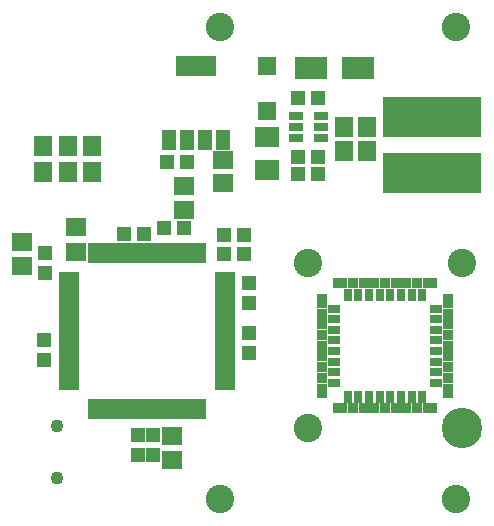
<source format=gbs>
G75*
G70*
%OFA0B0*%
%FSLAX24Y24*%
%IPPOS*%
%LPD*%
%AMOC8*
5,1,8,0,0,1.08239X$1,22.5*
%
%ADD10C,0.0946*%
%ADD11R,0.0710X0.0198*%
%ADD12R,0.0198X0.0710*%
%ADD13R,0.0474X0.0513*%
%ADD14R,0.0513X0.0474*%
%ADD15R,0.0671X0.0631*%
%ADD16R,0.0631X0.0671*%
%ADD17R,0.0631X0.0631*%
%ADD18R,0.0474X0.0277*%
%ADD19R,0.0789X0.0710*%
%ADD20R,0.0592X0.0671*%
%ADD21R,0.3308X0.1379*%
%ADD22R,0.1064X0.0749*%
%ADD23R,0.0474X0.0671*%
%ADD24R,0.1379X0.0671*%
%ADD25R,0.0671X0.0592*%
%ADD26R,0.0277X0.0411*%
%ADD27R,0.0411X0.0277*%
%ADD28R,0.0336X0.0336*%
%ADD29R,0.0513X0.0336*%
%ADD30R,0.0336X0.0513*%
%ADD31C,0.0434*%
%ADD32C,0.1346*%
D10*
X008221Y001311D03*
X011174Y003674D03*
X016095Y001311D03*
X016292Y009186D03*
X011174Y009186D03*
X008221Y017060D03*
X016095Y017060D03*
D11*
X008408Y008792D03*
X008408Y008595D03*
X008408Y008398D03*
X008408Y008201D03*
X008408Y008004D03*
X008408Y007808D03*
X008408Y007611D03*
X008408Y007414D03*
X008408Y007217D03*
X008408Y007020D03*
X008408Y006823D03*
X008408Y006626D03*
X008408Y006430D03*
X008408Y006233D03*
X008408Y006036D03*
X008408Y005839D03*
X008408Y005642D03*
X008408Y005445D03*
X008408Y005249D03*
X008408Y005052D03*
X003211Y005052D03*
X003211Y005249D03*
X003211Y005445D03*
X003211Y005642D03*
X003211Y005839D03*
X003211Y006036D03*
X003211Y006233D03*
X003211Y006430D03*
X003211Y006626D03*
X003211Y006823D03*
X003211Y007020D03*
X003211Y007217D03*
X003211Y007414D03*
X003211Y007611D03*
X003211Y007808D03*
X003211Y008004D03*
X003211Y008201D03*
X003211Y008398D03*
X003211Y008595D03*
X003211Y008792D03*
D12*
X003939Y009520D03*
X004136Y009520D03*
X004333Y009520D03*
X004530Y009520D03*
X004727Y009520D03*
X004924Y009520D03*
X005120Y009520D03*
X005317Y009520D03*
X005514Y009520D03*
X005711Y009520D03*
X005908Y009520D03*
X006105Y009520D03*
X006301Y009520D03*
X006498Y009520D03*
X006695Y009520D03*
X006892Y009520D03*
X007089Y009520D03*
X007286Y009520D03*
X007483Y009520D03*
X007679Y009520D03*
X007679Y004323D03*
X007483Y004323D03*
X007286Y004323D03*
X007089Y004323D03*
X006892Y004323D03*
X006695Y004323D03*
X006498Y004323D03*
X006301Y004323D03*
X006105Y004323D03*
X005908Y004323D03*
X005711Y004323D03*
X005514Y004323D03*
X005317Y004323D03*
X005120Y004323D03*
X004924Y004323D03*
X004727Y004323D03*
X004530Y004323D03*
X004333Y004323D03*
X004136Y004323D03*
X003939Y004323D03*
D13*
X005514Y003467D03*
X006006Y003467D03*
X006006Y002798D03*
X005514Y002798D03*
X002364Y005947D03*
X002364Y006617D03*
X002414Y008851D03*
X002414Y009520D03*
X008378Y009481D03*
X008378Y010121D03*
X009048Y010121D03*
X009048Y009481D03*
X009205Y006863D03*
X009205Y006193D03*
X010839Y012138D03*
X010839Y012729D03*
X011508Y012729D03*
X011508Y012138D03*
D14*
X011508Y014697D03*
X010839Y014697D03*
X007138Y012542D03*
X006469Y012542D03*
X006361Y010367D03*
X005701Y010170D03*
X005032Y010170D03*
X007030Y010367D03*
X009205Y008536D03*
X009205Y007867D03*
D15*
X007040Y010947D03*
X007040Y011754D03*
X003447Y010376D03*
X003447Y009569D03*
X001626Y009884D03*
X001626Y009077D03*
X006646Y003437D03*
X006646Y002630D03*
D16*
X003959Y012227D03*
X003959Y013093D03*
X003152Y013093D03*
X002345Y013093D03*
X002345Y012227D03*
X003152Y012227D03*
D17*
X009805Y014245D03*
X009805Y015741D03*
D18*
X010760Y014087D03*
X010760Y013713D03*
X010760Y013339D03*
X011587Y013339D03*
X011587Y013713D03*
X011587Y014087D03*
D19*
X009796Y013378D03*
X009796Y012276D03*
D20*
X012374Y012926D03*
X012374Y013713D03*
X013122Y013713D03*
X013122Y012926D03*
D21*
X015307Y012197D03*
X015307Y014048D03*
D22*
X012847Y015682D03*
X011272Y015682D03*
D23*
X008319Y013290D03*
X007729Y013290D03*
X007138Y013290D03*
X006548Y013290D03*
D24*
X007433Y015770D03*
D25*
X008319Y012611D03*
X008319Y011863D03*
D26*
X012492Y008126D03*
X012847Y008126D03*
X013201Y008126D03*
X013555Y008126D03*
X013910Y008126D03*
X014264Y008126D03*
X014618Y008126D03*
X014973Y008126D03*
X014973Y004733D03*
X014618Y004733D03*
X014264Y004733D03*
X013910Y004733D03*
X013555Y004733D03*
X013201Y004733D03*
X012847Y004733D03*
X012492Y004733D03*
D27*
X012036Y005189D03*
X012036Y005544D03*
X012036Y005898D03*
X012036Y006252D03*
X012036Y006607D03*
X012036Y006961D03*
X012036Y007315D03*
X012036Y007670D03*
X015429Y007670D03*
X015429Y007315D03*
X015429Y006961D03*
X015429Y006607D03*
X015429Y006252D03*
X015429Y005898D03*
X015429Y005544D03*
X015429Y005189D03*
D28*
X015821Y005367D03*
X015821Y005721D03*
X015821Y006075D03*
X015821Y006430D03*
X015821Y006784D03*
X015821Y007138D03*
X015821Y007493D03*
X014796Y008518D03*
X014441Y008518D03*
X014087Y008518D03*
X013733Y008518D03*
X013378Y008518D03*
X013024Y008518D03*
X012670Y008518D03*
X011644Y007493D03*
X011644Y007138D03*
X011644Y006784D03*
X011644Y006430D03*
X011644Y006075D03*
X011644Y005721D03*
X011644Y005367D03*
X012670Y004341D03*
X013024Y004341D03*
X013378Y004341D03*
X013733Y004341D03*
X014087Y004341D03*
X014441Y004341D03*
X014796Y004341D03*
D29*
X015240Y004341D03*
X012225Y004341D03*
X012225Y008518D03*
X015240Y008518D03*
D30*
X015821Y007937D03*
X015821Y004922D03*
X011644Y004922D03*
X011644Y007937D03*
D31*
X002807Y002020D03*
X002807Y003752D03*
D32*
X016292Y003674D03*
M02*

</source>
